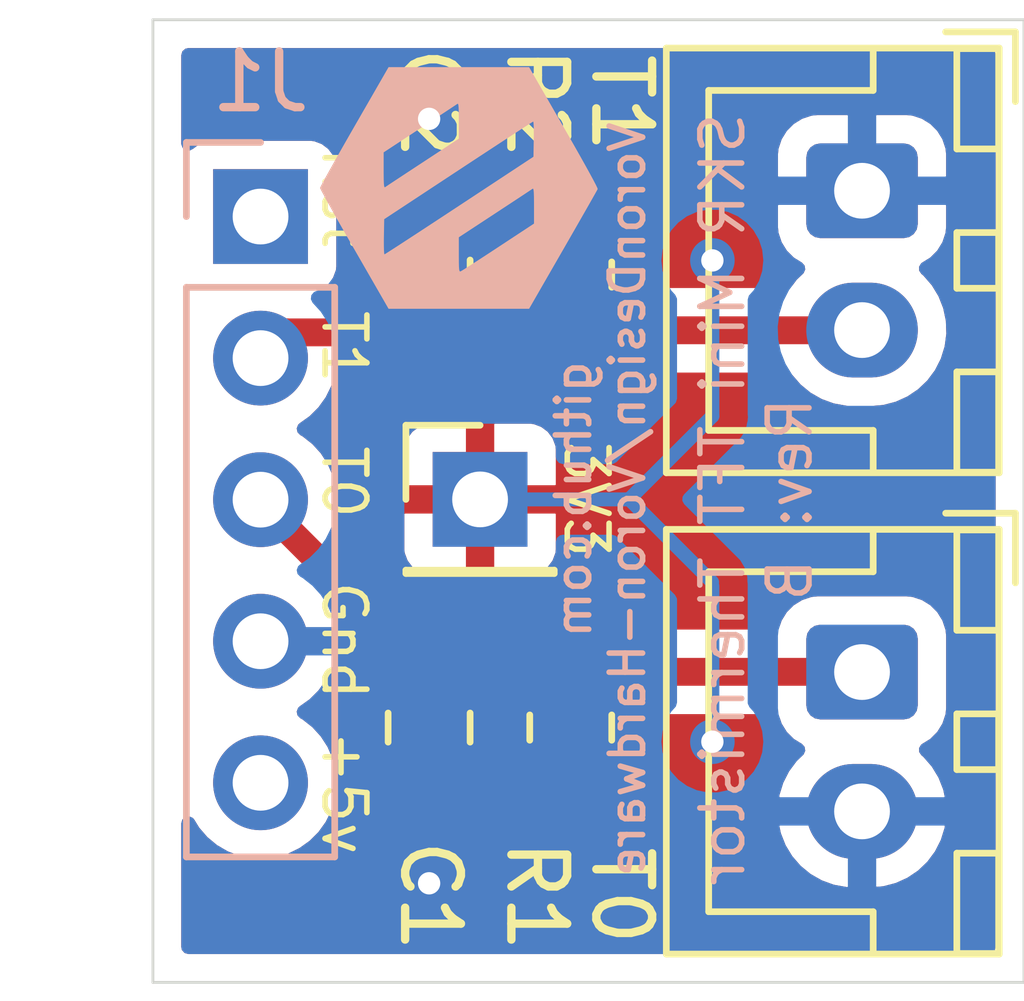
<source format=kicad_pcb>
(kicad_pcb (version 20211014) (generator pcbnew)
  (layers (0 "F.Cu" signal) (31 "B.Cu" signal) (34 "B.Paste" user) (35 "F.Paste" user) (36 "B.SilkS" user "B.Silkscreen") (37 "F.SilkS" user "F.Silkscreen") (38 "B.Mask" user) (39 "F.Mask" user) (44 "Edge.Cuts" user))
  (net 0 "")
  (net 1 "+3V3")
  (net 2 "GND")
  (net 3 "RX2-PA3")
  (net 4 "TX2-PA2")
  (net 5 "PWR")
  (net 6 "RST")
  (footprint "Capacitor_SMD:C_0805_2012Metric_Pad1.18x1.45mm_HandSolder" (layer "F.Cu") (at 115.443 94.996 90)
    (fp_text reference "C2" (at 3.078 0.025 270 unlocked) (layer "F.SilkS"))
    (fp_text value "4.7uF")
    (fp_line (start -0.261252 -0.735) (end 0.261252 -0.735) (layer "F.SilkS") (width 0.12))
    (fp_line (start -0.261252 0.735) (end 0.261252 0.735) (layer "F.SilkS") (width 0.12))
    (pad "1" smd roundrect locked (at -1.0375 0 90) (size 1.175 1.45) (layers "F.Cu" "F.Paste" "F.Mask") (roundrect_rratio 0.2127659574) (net 3 "RX2-PA3"))
    (pad "2" smd roundrect locked (at 1.0375 0 90) (size 1.175 1.45) (layers "F.Cu" "F.Paste" "F.Mask") (roundrect_rratio 0.2127659574) (net 2 "GND"))
  )
  (footprint "Resistor_SMD:R_0805_2012Metric_Pad1.20x1.40mm_HandSolder" (layer "F.Cu") (at 117.983 94.996 90)
    (fp_text reference "R2" (at 3.078 -0.61 270 unlocked) (layer "F.SilkS"))
    (fp_text value "4K7")
    (fp_line (start -0.227064 -0.735) (end 0.227064 -0.735) (layer "F.SilkS") (width 0.12))
    (fp_line (start -0.227064 0.735) (end 0.227064 0.735) (layer "F.SilkS") (width 0.12))
    (pad "1" smd roundrect locked (at -1 0 90) (size 1.2 1.4) (layers "F.Cu" "F.Paste" "F.Mask") (roundrect_rratio 0.2083333333) (net 3 "RX2-PA3"))
    (pad "2" smd roundrect locked (at 1 0 90) (size 1.2 1.4) (layers "F.Cu" "F.Paste" "F.Mask") (roundrect_rratio 0.2083333333) (net 1 "+3V3"))
  )
  (footprint "Capacitor_SMD:C_0805_2012Metric_Pad1.18x1.45mm_HandSolder" (layer "F.Cu") (at 115.443 103.124 -90)
    (fp_text reference "C1" (at 3.018 -0.025 -90 unlocked) (layer "F.SilkS"))
    (fp_text value "4.7uF")
    (fp_line (start -0.261252 -0.735) (end 0.261252 -0.735) (layer "F.SilkS") (width 0.12))
    (fp_line (start -0.261252 0.735) (end 0.261252 0.735) (layer "F.SilkS") (width 0.12))
    (pad "1" smd roundrect locked (at -1.0375 0 270) (size 1.175 1.45) (layers "F.Cu" "F.Paste" "F.Mask") (roundrect_rratio 0.2127659574) (net 4 "TX2-PA2"))
    (pad "2" smd roundrect locked (at 1.0375 0 270) (size 1.175 1.45) (layers "F.Cu" "F.Paste" "F.Mask") (roundrect_rratio 0.2127659574) (net 2 "GND"))
  )
  (footprint "Resistor_SMD:R_0805_2012Metric_Pad1.20x1.40mm_HandSolder" (layer "F.Cu") (at 117.983 103.124 -90)
    (fp_text reference "R1" (at 3.018 0.61 -90 unlocked) (layer "F.SilkS"))
    (fp_text value "4K7")
    (fp_line (start -0.227064 -0.735) (end 0.227064 -0.735) (layer "F.SilkS") (width 0.12))
    (fp_line (start -0.227064 0.735) (end 0.227064 0.735) (layer "F.SilkS") (width 0.12))
    (pad "1" smd roundrect locked (at -1 0 270) (size 1.2 1.4) (layers "F.Cu" "F.Paste" "F.Mask") (roundrect_rratio 0.2083333333) (net 4 "TX2-PA2"))
    (pad "2" smd roundrect locked (at 1 0 270) (size 1.2 1.4) (layers "F.Cu" "F.Paste" "F.Mask") (roundrect_rratio 0.2083333333) (net 1 "+3V3"))
  )
  (footprint "Connector_JST:JST_XH_B2B-XH-A_1x02_P2.50mm_Vertical" (layer "F.Cu") (at 123.207 102.128 -90)
    (fp_text reference "T0" (at 4.014 4.31 -90 unlocked) (layer "F.SilkS"))
    (fp_text value "Conn_01x02")
    (fp_line (start -0.75 -1.7) (end -0.75 -2.45) (layer "F.SilkS") (width 0.12))
    (fp_line (start 5.06 3.51) (end 5.06 -2.46) (layer "F.SilkS") (width 0.12))
    (fp_line (start -1.6 -2.75) (end -2.85 -2.75) (layer "F.SilkS") (width 0.12))
    (fp_line (start 1.75 -2.45) (end 0.75 -2.45) (layer "F.SilkS") (width 0.12))
    (fp_line (start 3.25 -1.7) (end 5.05 -1.7) (layer "F.SilkS") (width 0.12))
    (fp_line (start 5.05 -2.45) (end 3.25 -2.45) (layer "F.SilkS") (width 0.12))
    (fp_line (start 5.05 -1.7) (end 5.05 -2.45) (layer "F.SilkS") (width 0.12))
    (fp_line (start 5.05 -0.2) (end 4.3 -0.2) (layer "F.SilkS") (width 0.12))
    (fp_line (start -2.55 -1.7) (end -0.75 -1.7) (layer "F.SilkS") (width 0.12))
    (fp_line (start -0.75 -2.45) (end -2.55 -2.45) (layer "F.SilkS") (width 0.12))
    (fp_line (start 4.3 -0.2) (end 4.3 2.75) (layer "F.SilkS") (width 0.12))
    (fp_line (start -2.56 -2.46) (end -2.56 3.51) (layer "F.SilkS") (width 0.12))
    (fp_line (start -2.55 -2.45) (end -2.55 -1.7) (layer "F.SilkS") (width 0.12))
    (fp_line (start -2.56 3.51) (end 5.06 3.51) (layer "F.SilkS") (width 0.12))
    (fp_line (start -2.85 -2.75) (end -2.85 -1.5) (layer "F.SilkS") (width 0.12))
    (fp_line (start 4.3 2.75) (end 1.25 2.75) (layer "F.SilkS") (width 0.12))
    (fp_line (start -1.8 -0.2) (end -1.8 2.75) (layer "F.SilkS") (width 0.12))
    (fp_line (start -2.55 -0.2) (end -1.8 -0.2) (layer "F.SilkS") (width 0.12))
    (fp_line (start 3.25 -2.45) (end 3.25 -1.7) (layer "F.SilkS") (width 0.12))
    (fp_line (start 5.06 -2.46) (end -2.56 -2.46) (layer "F.SilkS") (width 0.12))
    (fp_line (start -1.8 2.75) (end 1.25 2.75) (layer "F.SilkS") (width 0.12))
    (fp_line (start 0.75 -2.45) (end 0.75 -1.7) (layer "F.SilkS") (width 0.12))
    (fp_line (start 1.75 -1.7) (end 1.75 -2.45) (layer "F.SilkS") (width 0.12))
    (fp_line (start 0.75 -1.7) (end 1.75 -1.7) (layer "F.SilkS") (width 0.12))
    (pad "1" thru_hole roundrect locked (at 0 0 270) (size 1.7 2) (drill 1) (layers *.Cu *.Mask) (roundrect_rratio 0.1470588235) (net 4 "TX2-PA2"))
    (pad "2" thru_hole oval locked (at 2.5 0 270) (size 1.7 2) (drill 1) (layers *.Cu *.Mask) (net 2 "GND"))
  )
  (footprint "Connector_JST:JST_XH_B2B-XH-A_1x02_P2.50mm_Vertical" (layer "F.Cu") (at 123.207 93.492 -90)
    (fp_text reference "T1" (at -1.574 4.31 -90 unlocked) (layer "F.SilkS"))
    (fp_text value "Conn_01x02")
    (fp_line (start 1.75 -1.7) (end 1.75 -2.45) (layer "F.SilkS") (width 0.12))
    (fp_line (start 5.06 -2.46) (end -2.56 -2.46) (layer "F.SilkS") (width 0.12))
    (fp_line (start -2.56 3.51) (end 5.06 3.51) (layer "F.SilkS") (width 0.12))
    (fp_line (start 5.05 -2.45) (end 3.25 -2.45) (layer "F.SilkS") (width 0.12))
    (fp_line (start -1.8 -0.2) (end -1.8 2.75) (layer "F.SilkS") (width 0.12))
    (fp_line (start 3.25 -2.45) (end 3.25 -1.7) (layer "F.SilkS") (width 0.12))
    (fp_line (start -1.6 -2.75) (end -2.85 -2.75) (layer "F.SilkS") (width 0.12))
    (fp_line (start 4.3 -0.2) (end 4.3 2.75) (layer "F.SilkS") (width 0.12))
    (fp_line (start -0.75 -2.45) (end -2.55 -2.45) (layer "F.SilkS") (width 0.12))
    (fp_line (start 3.25 -1.7) (end 5.05 -1.7) (layer "F.SilkS") (width 0.12))
    (fp_line (start -2.55 -1.7) (end -0.75 -1.7) (layer "F.SilkS") (width 0.12))
    (fp_line (start 1.75 -2.45) (end 0.75 -2.45) (layer "F.SilkS") (width 0.12))
    (fp_line (start 0.75 -2.45) (end 0.75 -1.7) (layer "F.SilkS") (width 0.12))
    (fp_line (start -2.56 -2.46) (end -2.56 3.51) (layer "F.SilkS") (width 0.12))
    (fp_line (start -2.85 -2.75) (end -2.85 -1.5) (layer "F.SilkS") (width 0.12))
    (fp_line (start -1.8 2.75) (end 1.25 2.75) (layer "F.SilkS") (width 0.12))
    (fp_line (start -2.55 -0.2) (end -1.8 -0.2) (layer "F.SilkS") (width 0.12))
    (fp_line (start 5.05 -1.7) (end 5.05 -2.45) (layer "F.SilkS") (width 0.12))
    (fp_line (start 4.3 2.75) (end 1.25 2.75) (layer "F.SilkS") (width 0.12))
    (fp_line (start 5.05 -0.2) (end 4.3 -0.2) (layer "F.SilkS") (width 0.12))
    (fp_line (start -0.75 -1.7) (end -0.75 -2.45) (layer "F.SilkS") (width 0.12))
    (fp_line (start -2.55 -2.45) (end -2.55 -1.7) (layer "F.SilkS") (width 0.12))
    (fp_line (start 0.75 -1.7) (end 1.75 -1.7) (layer "F.SilkS") (width 0.12))
    (fp_line (start 5.06 3.51) (end 5.06 -2.46) (layer "F.SilkS") (width 0.12))
    (pad "1" thru_hole roundrect locked (at 0 0 270) (size 1.7 2) (drill 1) (layers *.Cu *.Mask) (roundrect_rratio 0.1470588235) (net 2 "GND"))
    (pad "2" thru_hole oval locked (at 2.5 0 270) (size 1.7 2) (drill 1) (layers *.Cu *.Mask) (net 3 "RX2-PA3"))
  )
  (footprint "Connector_PinHeader_2.54mm:PinHeader_1x01_P2.54mm_Vertical" (layer "F.Cu") (at 116.357 99.03)
    (fp_text reference "J2" hide)
    (fp_text value "Conn_01x01")
    (fp_line (start 1.33 1.27) (end 1.33 1.33) (layer "F.SilkS") (width 0.12))
    (fp_line (start -1.33 1.27) (end -1.33 1.33) (layer "F.SilkS") (width 0.12))
    (fp_line (start -1.33 -1.33) (end 0 -1.33) (layer "F.SilkS") (width 0.12))
    (fp_line (start -1.33 1.33) (end 1.33 1.33) (layer "F.SilkS") (width 0.12))
    (fp_line (start -1.33 1.27) (end 1.33 1.27) (layer "F.SilkS") (width 0.12))
    (fp_line (start -1.33 0) (end -1.33 -1.33) (layer "F.SilkS") (width 0.12))
    (pad "1" thru_hole rect locked (at 0 0) (size 1.7 1.7) (drill 1) (layers *.Cu *.Mask) (net 1 "+3V3"))
  )
  (footprint "Connector_PinSocket_2.54mm:PinSocket_1x05_P2.54mm_Vertical" (layer "B.Cu") (at 112.42 93.955 180)
    (fp_text reference "J1" (at 0 2.418) (layer "B.SilkS") (effects (justify mirror)))
    (fp_text value "Conn_01x05")
    (fp_line (start -1.33 -1.27) (end -1.33 -11.49) (layer "B.SilkS") (width 0.12))
    (fp_line (start -1.33 -1.27) (end 1.33 -1.27) (layer "B.SilkS") (width 0.12))
    (fp_line (start 0 1.33) (end 1.33 1.33) (layer "B.SilkS") (width 0.12))
    (fp_line (start -1.33 -11.49) (end 1.33 -11.49) (layer "B.SilkS") (width 0.12))
    (fp_line (start 1.33 1.33) (end 1.33 0) (layer "B.SilkS") (width 0.12))
    (fp_line (start 1.33 -1.27) (end 1.33 -11.49) (layer "B.SilkS") (width 0.12))
    (pad "1" thru_hole rect locked (at 0 0 180) (size 1.7 1.7) (drill 1) (layers *.Cu *.Mask) (net 6 "RST"))
    (pad "2" thru_hole oval locked (at 0 -2.54 180) (size 1.7 1.7) (drill 1) (layers *.Cu *.Mask) (net 3 "RX2-PA3"))
    (pad "3" thru_hole oval locked (at 0 -5.08 180) (size 1.7 1.7) (drill 1) (layers *.Cu *.Mask) (net 4 "TX2-PA2"))
    (pad "4" thru_hole oval locked (at 0 -7.62 180) (size 1.7 1.7) (drill 1) (layers *.Cu *.Mask) (net 2 "GND"))
    (pad "5" thru_hole oval locked (at 0 -10.16 180) (size 1.7 1.7) (drill 1) (layers *.Cu *.Mask) (net 5 "PWR"))
  )
  (footprint "Library:Voron-logo_5x5" (layer "B.Cu") (at 115.976 93.442 -90)
    (fp_text reference "G***" hide)
    (fp_text value "LOGO" hide)
    (fp_poly (pts (xy 0.021569 2.480244) (xy 0.074401 2.452804) (xy 0.155132 2.409092) (xy 0.260806 2.350762) (xy 0.388462 2.279467) (xy 0.535142 2.196863) (xy 0.697887 2.104603) (xy 0.87374 2.004341) (xy 1.05974 1.897731) (xy 1.099286 1.874995) (xy 2.167966 1.260231) (xy 2.167948 0) (xy 2.16793 -1.26023) (xy 1.108388 -1.869742) (xy 0.921417 -1.977207) (xy 0.744036 -2.078983) (xy 0.579217 -2.173375) (xy 0.429931 -2.258691) (xy 0.299152 -2.333237) (xy 0.18985 -2.395318) (xy 0.104999 -2.443241) (xy 0.047571 -2.475313) (xy 0.020537 -2.489839) (xy 0.01921 -2.49043) (xy -0.003387 -2.48301) (xy -0.057616 -2.456899) (xy -0.141429 -2.413224) (xy -0.252777 -2.353112) (xy -0.389613 -2.277688) (xy -0.549889 -2.188078) (xy -0.731557 -2.085409) (xy -0.932569 -1.970807) (xy -1.089199 -1.880918) (xy -2.039786 -1.333984) (xy -1.191289 -1.333984) (xy -1.173036 -1.338756) (xy -1.12221 -1.342247) (xy -1.045298 -1.344256) (xy -0.948789 -1.344581) (xy -0.876127 -1.343753) (xy -0.560408 -1.338384) (xy -0.550751 -1.32373) (xy 0.013568 -1.32373) (xy 0.014259 -1.333035) (xy 0.035252 -1.339778) (xy 0.080801 -1.344302) (xy 0.155161 -1.346949) (xy 0.262587 -1.348061) (xy 0.317091 -1.348153) (xy 0.638967 -1.348153) (xy 1.061419 -0.706353) (xy 1.155063 -0.563753) (xy 1.242127 -0.430533) (xy 1.320213 -0.310408) (xy 1.386928 -0.207092) (xy 1.439874 -0.124297) (xy 1.476656 -0.065739) (xy 1.494879 -0.035131) (xy 1.496256 -0.032277) (xy 1.497682 -0.020155) (xy 1.487667 -0.011489) (xy 1.460931 -0.005712) (xy 1.412197 -0.002252) (xy 1.336186 -0.000543) (xy 1.22762 -0.000014) (xy 1.196807 0) (xy 0.884972 0) (xy 0.458446 -0.649653) (xy 0.364324 -0.792927) (xy 0.276484 -0.926472) (xy 0.197333 -1.046643) (xy 0.129275 -1.149794) (xy 0.074717 -1.232281) (xy 0.036065 -1.290459) (xy 0.015723 -1.320682) (xy 0.013568 -1.32373) (xy -0.550751 -1.32373) (xy 0.315161 -0.009769) (xy 0.450415 0.195641) (xy 0.579295 0.391704) (xy 0.700201 0.575967) (xy 0.811532 0.745974) (xy 0.911689 0.899272) (xy 0.999071 1.033405) (xy 1.072076 1.14592) (xy 1.129106 1.23436) (xy 1.16856 1.296273) (xy 1.188837 1.329203) (xy 1.191288 1.333984) (xy 1.173035 1.338757) (xy 1.122209 1.342248) (xy 1.045297 1.344257) (xy 0.948788 1.344582) (xy 0.876126 1.343754) (xy 0.560407 1.338385) (xy -0.315162 0.00977) (xy -0.450416 -0.19564) (xy -0.579296 -0.391703) (xy -0.700202 -0.575966) (xy -0.811533 -0.745973) (xy -0.91169 -0.899271) (xy -0.999071 -1.033404) (xy -1.072077 -1.145919) (xy -1.129107 -1.234359) (xy -1.168561 -1.296272) (xy -1.188838 -1.329202) (xy -1.191289 -1.333984) (xy -2.039786 -1.333984) (xy -2.167973 -1.26023) (xy -2.167952 0) (xy -2.167952 0.024423) (xy -1.510129 0.024423) (xy -1.509579 0.015123) (xy -1.488754 0.008382) (xy -1.443397 0.003859) (xy -1.369254 0.001211) (xy -1.262069 0.000095) (xy -1.206879 0) (xy -0.884973 0) (xy -0.458447 0.649654) (xy -0.364325 0.792928) (xy -0.276485 0.926473) (xy -0.197334 1.046643) (xy -0.129276 1.149795) (xy -0.074718 1.232282) (xy -0.036065 1.29046) (xy -0.015724 1.320683) (xy -0.013568 1.323731) (xy -0.01426 1.333036) (xy -0.035253 1.339779) (xy -0.080802 1.344303) (xy -0.155162 1.34695) (xy -0.262588 1.348062) (xy -0.317092 1.348154) (xy -0.638968 1.348154) (xy -1.06522 0.6985) (xy -1.159301 0.55521) (xy -1.247115 0.421651) (xy -1.326257 0.30147) (xy -1.39432 0.198315) (xy -1.448896 0.11583) (xy -1.487579 0.057662) (xy -1.507963 0.027459) (xy -1.510129 0.024423) (xy -2.167952 0.024423) (xy -2.16793 1.260231) (xy -1.099671 1.874995) (xy -0.911984 1.982729) (xy -0.733831 2.084456) (xy -0.568171 2.178521) (xy -0.417963 2.26327) (xy -0.286166 2.337047) (xy -0.175738 2.398198) (xy -0.089638 2.445068) (xy -0.030826 2.476002) (xy -0.00226 2.489346) (xy -0.000403 2.489759)) (layer "B.SilkS") (width 0) (fill solid))
  )
  (gr_line (start 126.111 107.696) (end 126.111 90.424) (layer "Edge.Cuts") (width 0.05))
  (gr_line (start 126.111 90.424) (end 110.49 90.424) (layer "Edge.Cuts") (width 0.05))
  (gr_line (start 110.49 90.424) (end 110.49 107.696) (layer "Edge.Cuts") (width 0.05))
  (gr_line (start 110.49 107.696) (end 126.111 107.696) (layer "Edge.Cuts") (width 0.05))
  (gr_text "github.com\nVoronDesign/Voron-Hardware" (at 118.516 99.03 90) (layer "B.SilkS") (effects (font (size 0.6 0.6) (thickness 0.1)) (justify mirror)))
  (gr_text "SKR Mini TFT Thermistor\nRev: B" (at 121.31 99.03 90) (layer "B.SilkS") (effects (font (size 0.75 0.75) (thickness 0.1)) (justify mirror)))
  (gr_text "3V3\n" (at 118.262 99.03 270) (layer "F.SilkS") (effects (font (size 0.75 0.75) (thickness 0.1))))
  (gr_text "Rst  T1  T0  Gnd +5v" (at 113.919 99.06 270) (layer "F.SilkS") (effects (font (size 0.75 0.75) (thickness 0.1))))
  (segment (start 117.999 93.98) (end 117.983 93.996) (width 0.25) (layer "F.Cu") (net 1))
  (segment (start 120.523 94.742) (end 119.761 93.98) (width 0.25) (layer "F.Cu") (net 1))
  (segment (start 120.523 103.378) (end 119.761 104.14) (width 0.25) (layer "F.Cu") (net 1))
  (segment (start 119.761 93.98) (end 117.999 93.98) (width 0.25) (layer "F.Cu") (net 1))
  (segment (start 119.761 104.14) (end 117.999 104.14) (width 0.25) (layer "F.Cu") (net 1))
  (via (at 120.523 94.742) (size 0.8) (drill 0.4) (layers "F.Cu" "B.Cu") (net 1))
  (via (at 120.523 103.378) (size 0.8) (drill 0.4) (layers "F.Cu" "B.Cu") (net 1))
  (segment (start 120.523 97.536) (end 120.523 94.742) (width 0.25) (layer "B.Cu") (net 1))
  (segment (start 119.029 99.03) (end 120.523 97.536) (width 0.25) (layer "B.Cu") (net 1))
  (segment (start 117.221 99.03) (end 119.029 99.03) (width 0.25) (layer "B.Cu") (net 1))
  (segment (start 120.523 100.584) (end 120.523 103.378) (width 0.25) (layer "B.Cu") (net 1))
  (segment (start 119.023999 99.018594) (end 120.517999 100.512594) (width 0.25) (layer "B.Cu") (net 1))
  (segment (start 115.443 93.9585) (end 115.443 92.202) (width 0.25) (layer "F.Cu") (net 2))
  (segment (start 115.443 104.1615) (end 115.443 105.918) (width 0.25) (layer "F.Cu") (net 2))
  (via (at 115.443 92.202) (size 0.8) (drill 0.4) (layers "F.Cu" "B.Cu") (net 2))
  (via (at 115.443 105.918) (size 0.8) (drill 0.4) (layers "F.Cu" "B.Cu") (net 2))
  (segment (start 117.983 95.996) (end 123.166 95.996) (width 0.5) (layer "F.Cu") (net 3))
  (segment (start 115.4805 95.996) (end 115.443 96.0335) (width 0.5) (layer "F.Cu") (net 3))
  (segment (start 117.983 95.996) (end 115.4805 95.996) (width 0.5) (layer "F.Cu") (net 3))
  (segment (start 123.166 95.996) (end 123.19 95.972) (width 0.5) (layer "F.Cu") (net 3))
  (segment (start 115.443 96.0335) (end 112.8815 96.0335) (width 0.5) (layer "F.Cu") (net 3))
  (segment (start 112.8815 96.0335) (end 112.395 96.52) (width 0.5) (layer "F.Cu") (net 3))
  (segment (start 123.174 102.124) (end 123.19 102.108) (width 0.5) (layer "F.Cu") (net 4))
  (segment (start 115.443 102.0865) (end 115.4215 102.0865) (width 0.5) (layer "F.Cu") (net 4))
  (segment (start 117.9455 102.0865) (end 117.983 102.124) (width 0.5) (layer "F.Cu") (net 4))
  (segment (start 117.983 102.124) (end 123.174 102.124) (width 0.5) (layer "F.Cu") (net 4))
  (segment (start 115.4215 102.0865) (end 112.395 99.06) (width 0.5) (layer "F.Cu") (net 4))
  (segment (start 115.443 102.0865) (end 117.9455 102.0865) (width 0.5) (layer "F.Cu") (net 4))
  (zone (net 1) (net_name "+3V3") (layer "F.Cu") (connect_pads (clearance 0.508)) (min_thickness 0.254) (fill yes (thermal_gap 0.508) (thermal_bridge_width 0.508))
    (polygon (pts (xy 126.111 107.696) (xy 110.49 107.696) (xy 110.49 90.424) (xy 126.111 90.424)))
  )
  (zone (net 2) (net_name "GND") (layer "B.Cu") (connect_pads (clearance 0.508)) (min_thickness 0.254) (fill yes (thermal_gap 0.508) (thermal_bridge_width 0.508))
    (polygon (pts (xy 126.111 107.696) (xy 110.49 107.696) (xy 110.49 90.424) (xy 126.111 90.424)))
  )
)
</source>
